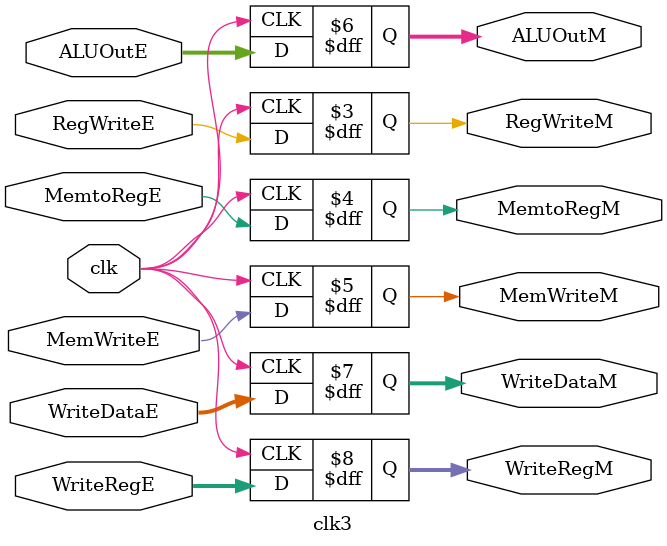
<source format=v>
`timescale 1ns / 1ps
module clk3 #(parameter size = 31)(

input clk,

input RegWriteE, MemtoRegE, MemWriteE,
input[size:0] ALUOutE, WriteDataE,
input[4:0] WriteRegE,

output reg RegWriteM, MemtoRegM, MemWriteM,
output reg[size:0] ALUOutM, WriteDataM,
output reg[4:0] WriteRegM
    );
	 
initial 
	begin
		RegWriteM <= 0;
		MemtoRegM <= 0;
		MemWriteM <= 0;
		ALUOutM <= 0;
		WriteDataM <= 0;
		WriteRegM <= 0;
	end

always @ (posedge clk)
	begin
		RegWriteM <= RegWriteE;
		MemtoRegM <= MemtoRegE;
		MemWriteM <= MemWriteE;
		ALUOutM <= ALUOutE;
		WriteDataM <= WriteDataE;
		WriteRegM <= WriteRegE;
	end


endmodule

</source>
